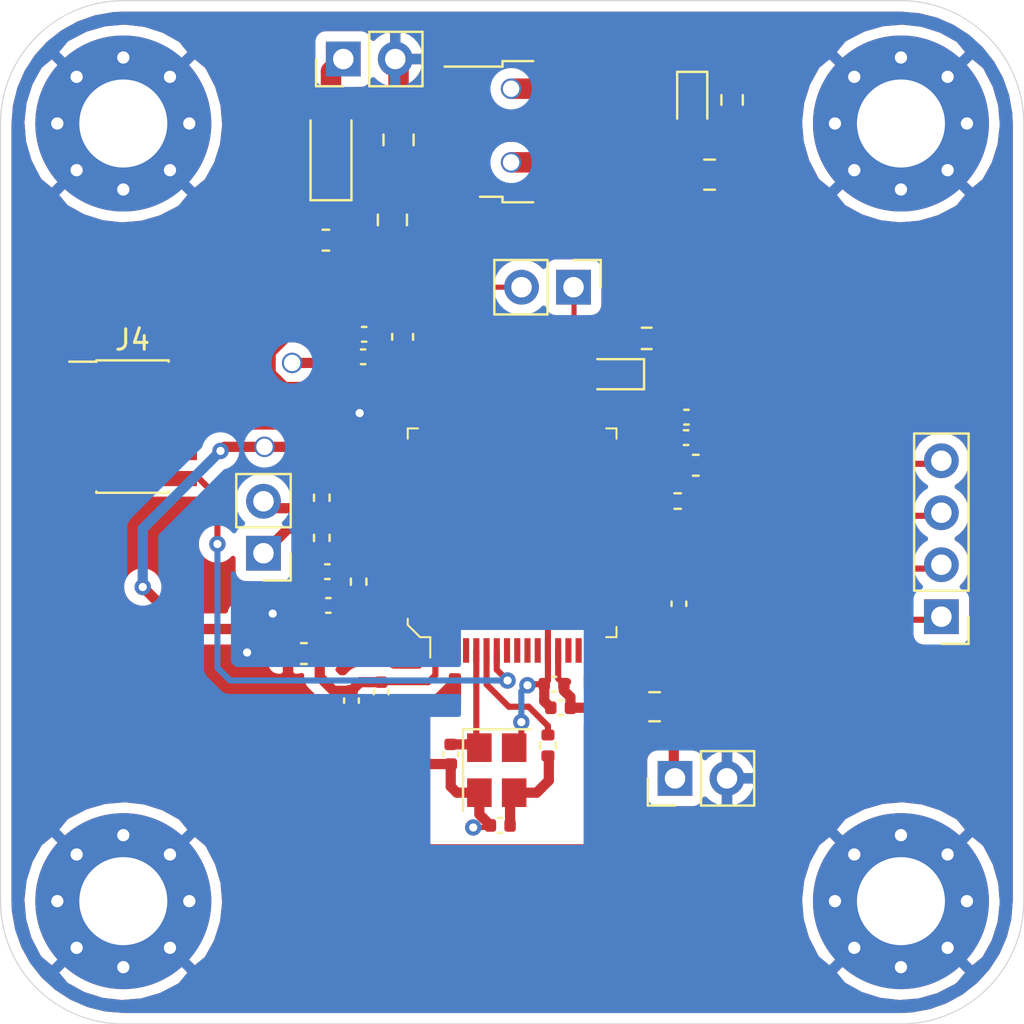
<source format=kicad_pcb>
(kicad_pcb (version 20171130) (host pcbnew "(5.1.12)-1")
  (layers (0 F.Cu signal) (1 In1.Cu power) (2 In2.Cu power) (31 B.Cu signal) (34 B.Paste user) (35 F.Paste user) (36 B.SilkS user) (37 F.SilkS user) (38 B.Mask user) (39 F.Mask user) (44 Edge.Cuts user))
  (net 0 "")
  (net 1 +3V3)
  (net 2 GND)
  (net 3 "Net-(C2-Pad1)")
  (net 4 +3.3VA)
  (net 5 HSE_IN)
  (net 6 "Net-(C16-Pad1)")
  (net 7 "Net-(C17-Pad1)")
  (net 8 "Net-(C18-Pad1)")
  (net 9 "Net-(D1-Pad1)")
  (net 10 VCC)
  (net 11 "Net-(D2-Pad1)")
  (net 12 "Net-(D3-Pad2)")
  (net 13 "Net-(D3-Pad1)")
  (net 14 "Net-(F1-Pad2)")
  (net 15 USART1_TX)
  (net 16 USART1_RX)
  (net 17 SWDIO)
  (net 18 SWCLK)
  (net 19 SWO)
  (net 20 "Net-(J4-Pad7)")
  (net 21 "Net-(J4-Pad8)")
  (net 22 NRST)
  (net 23 SPI1_CS)
  (net 24 SPI1_SCK)
  (net 25 SPI1_MISO)
  (net 26 SPI1_MOSI)
  (net 27 I2C1_SDA)
  (net 28 I2C1_SCL)
  (net 29 BOOT1)
  (net 30 BOOT0)
  (net 31 HSE_OUT)
  (net 32 "Net-(U2-Pad17)")
  (net 33 "Net-(U2-Pad2)")
  (net 34 "Net-(U2-Pad3)")
  (net 35 "Net-(U2-Pad4)")
  (net 36 "Net-(U2-Pad8)")
  (net 37 "Net-(U2-Pad9)")
  (net 38 "Net-(U2-Pad10)")
  (net 39 "Net-(U2-Pad11)")
  (net 40 "Net-(U2-Pad14)")
  (net 41 "Net-(U2-Pad15)")
  (net 42 "Net-(U2-Pad16)")
  (net 43 "Net-(U2-Pad24)")
  (net 44 "Net-(U2-Pad25)")
  (net 45 "Net-(U2-Pad26)")
  (net 46 "Net-(U2-Pad27)")
  (net 47 "Net-(U2-Pad29)")
  (net 48 "Net-(U2-Pad30)")
  (net 49 "Net-(U2-Pad34)")
  (net 50 "Net-(U2-Pad35)")
  (net 51 "Net-(U2-Pad36)")
  (net 52 "Net-(U2-Pad37)")
  (net 53 "Net-(U2-Pad38)")
  (net 54 "Net-(U2-Pad39)")
  (net 55 "Net-(U2-Pad40)")
  (net 56 "Net-(U2-Pad41)")
  (net 57 "Net-(U2-Pad44)")
  (net 58 "Net-(U2-Pad45)")
  (net 59 "Net-(U2-Pad50)")
  (net 60 "Net-(U2-Pad51)")
  (net 61 "Net-(U2-Pad52)")
  (net 62 "Net-(U2-Pad53)")
  (net 63 "Net-(U2-Pad54)")
  (net 64 "Net-(U2-Pad56)")
  (net 65 "Net-(U2-Pad57)")
  (net 66 "Net-(U2-Pad61)")
  (net 67 "Net-(U2-Pad62)")
  (module digikey-footprints:LQFP-64_10x10mm (layer F.Cu) (at 143.9 101.475)
    (fp_text reference U2)
    (fp_text value STM32F405RGT6)
    (pad 64 smd rect (at -5.75 3.75) (size 1.2 0.3) (layers F.Cu F.Paste F.Mask) (net 1 +3V3))
    (pad 63 smd rect (at -5.75 3.25) (size 1.2 0.3) (layers F.Cu F.Paste F.Mask) (net 2 GND))
    (pad 62 smd rect (at -5.75 2.75) (size 1.2 0.3) (layers F.Cu F.Paste F.Mask) (net 67 "Net-(U2-Pad62)"))
    (pad 61 smd rect (at -5.75 2.25) (size 1.2 0.3) (layers F.Cu F.Paste F.Mask) (net 66 "Net-(U2-Pad61)"))
    (pad 60 smd rect (at -5.75 1.75) (size 1.2 0.3) (layers F.Cu F.Paste F.Mask) (net 30 BOOT0))
    (pad 59 smd rect (at -5.75 1.25) (size 1.2 0.3) (layers F.Cu F.Paste F.Mask) (net 27 I2C1_SDA))
    (pad 58 smd rect (at -5.75 0.75) (size 1.2 0.3) (layers F.Cu F.Paste F.Mask) (net 28 I2C1_SCL))
    (pad 57 smd rect (at -5.75 0.25) (size 1.2 0.3) (layers F.Cu F.Paste F.Mask) (net 65 "Net-(U2-Pad57)"))
    (pad 56 smd rect (at -5.75 -0.25) (size 1.2 0.3) (layers F.Cu F.Paste F.Mask) (net 64 "Net-(U2-Pad56)"))
    (pad 55 smd rect (at -5.75 -0.75) (size 1.2 0.3) (layers F.Cu F.Paste F.Mask) (net 19 SWO))
    (pad 54 smd rect (at -5.75 -1.25) (size 1.2 0.3) (layers F.Cu F.Paste F.Mask) (net 63 "Net-(U2-Pad54)"))
    (pad 53 smd rect (at -5.75 -1.75) (size 1.2 0.3) (layers F.Cu F.Paste F.Mask) (net 62 "Net-(U2-Pad53)"))
    (pad 52 smd rect (at -5.75 -2.25) (size 1.2 0.3) (layers F.Cu F.Paste F.Mask) (net 61 "Net-(U2-Pad52)"))
    (pad 51 smd rect (at -5.75 -2.75) (size 1.2 0.3) (layers F.Cu F.Paste F.Mask) (net 60 "Net-(U2-Pad51)"))
    (pad 50 smd rect (at -5.75 -3.25) (size 1.2 0.3) (layers F.Cu F.Paste F.Mask) (net 59 "Net-(U2-Pad50)"))
    (pad 49 smd rect (at -5.75 -3.75) (size 1.2 0.3) (layers F.Cu F.Paste F.Mask) (net 18 SWCLK))
    (pad 48 smd rect (at -3.75 -5.75) (size 0.3 1.2) (layers F.Cu F.Paste F.Mask) (net 1 +3V3))
    (pad 47 smd rect (at -3.25 -5.75) (size 0.3 1.2) (layers F.Cu F.Paste F.Mask) (net 7 "Net-(C17-Pad1)"))
    (pad 46 smd rect (at -2.75 -5.75) (size 0.3 1.2) (layers F.Cu F.Paste F.Mask) (net 17 SWDIO))
    (pad 45 smd rect (at -2.25 -5.75) (size 0.3 1.2) (layers F.Cu F.Paste F.Mask) (net 58 "Net-(U2-Pad45)"))
    (pad 44 smd rect (at -1.75 -5.75) (size 0.3 1.2) (layers F.Cu F.Paste F.Mask) (net 57 "Net-(U2-Pad44)"))
    (pad 43 smd rect (at -1.25 -5.75) (size 0.3 1.2) (layers F.Cu F.Paste F.Mask) (net 16 USART1_RX))
    (pad 42 smd rect (at -0.75 -5.75) (size 0.3 1.2) (layers F.Cu F.Paste F.Mask) (net 15 USART1_TX))
    (pad 41 smd rect (at -0.25 -5.75) (size 0.3 1.2) (layers F.Cu F.Paste F.Mask) (net 56 "Net-(U2-Pad41)"))
    (pad 40 smd rect (at 0.25 -5.75) (size 0.3 1.2) (layers F.Cu F.Paste F.Mask) (net 55 "Net-(U2-Pad40)"))
    (pad 39 smd rect (at 0.75 -5.75) (size 0.3 1.2) (layers F.Cu F.Paste F.Mask) (net 54 "Net-(U2-Pad39)"))
    (pad 38 smd rect (at 1.25 -5.75) (size 0.3 1.2) (layers F.Cu F.Paste F.Mask) (net 53 "Net-(U2-Pad38)"))
    (pad 37 smd rect (at 1.75 -5.75) (size 0.3 1.2) (layers F.Cu F.Paste F.Mask) (net 52 "Net-(U2-Pad37)"))
    (pad 36 smd rect (at 2.25 -5.75) (size 0.3 1.2) (layers F.Cu F.Paste F.Mask) (net 51 "Net-(U2-Pad36)"))
    (pad 35 smd rect (at 2.75 -5.75) (size 0.3 1.2) (layers F.Cu F.Paste F.Mask) (net 50 "Net-(U2-Pad35)"))
    (pad 34 smd rect (at 3.25 -5.75) (size 0.3 1.2) (layers F.Cu F.Paste F.Mask) (net 49 "Net-(U2-Pad34)"))
    (pad 33 smd rect (at 3.75 -5.75) (size 0.3 1.2) (layers F.Cu F.Paste F.Mask) (net 12 "Net-(D3-Pad2)"))
    (pad 32 smd rect (at 5.75 -3.75) (size 1.2 0.3) (layers F.Cu F.Paste F.Mask) (net 1 +3V3))
    (pad 31 smd rect (at 5.75 -3.25) (size 1.2 0.3) (layers F.Cu F.Paste F.Mask) (net 8 "Net-(C18-Pad1)"))
    (pad 30 smd rect (at 5.75 -2.75) (size 1.2 0.3) (layers F.Cu F.Paste F.Mask) (net 48 "Net-(U2-Pad30)"))
    (pad 29 smd rect (at 5.75 -2.25) (size 1.2 0.3) (layers F.Cu F.Paste F.Mask) (net 47 "Net-(U2-Pad29)"))
    (pad 28 smd rect (at 5.75 -1.75) (size 1.2 0.3) (layers F.Cu F.Paste F.Mask) (net 29 BOOT1))
    (pad 27 smd rect (at 5.75 -1.25) (size 1.2 0.3) (layers F.Cu F.Paste F.Mask) (net 46 "Net-(U2-Pad27)"))
    (pad 26 smd rect (at 5.75 -0.75) (size 1.2 0.3) (layers F.Cu F.Paste F.Mask) (net 45 "Net-(U2-Pad26)"))
    (pad 25 smd rect (at 5.75 -0.25) (size 1.2 0.3) (layers F.Cu F.Paste F.Mask) (net 44 "Net-(U2-Pad25)"))
    (pad 24 smd rect (at 5.75 0.25) (size 1.2 0.3) (layers F.Cu F.Paste F.Mask) (net 43 "Net-(U2-Pad24)"))
    (pad 23 smd rect (at 5.75 0.75) (size 1.2 0.3) (layers F.Cu F.Paste F.Mask) (net 26 SPI1_MOSI))
    (pad 22 smd rect (at 5.75 1.25) (size 1.2 0.3) (layers F.Cu F.Paste F.Mask) (net 25 SPI1_MISO))
    (pad 21 smd rect (at 5.75 1.75) (size 1.2 0.3) (layers F.Cu F.Paste F.Mask) (net 24 SPI1_SCK))
    (pad 20 smd rect (at 5.75 2.25) (size 1.2 0.3) (layers F.Cu F.Paste F.Mask) (net 23 SPI1_CS))
    (pad 19 smd rect (at 5.75 2.75) (size 1.2 0.3) (layers F.Cu F.Paste F.Mask) (net 1 +3V3))
    (pad 18 smd rect (at 5.75 3.25) (size 1.2 0.3) (layers F.Cu F.Paste F.Mask) (net 2 GND))
    (pad 16 smd rect (at 3.75 5.75) (size 0.3 1.2) (layers F.Cu F.Paste F.Mask) (net 42 "Net-(U2-Pad16)"))
    (pad 15 smd rect (at 3.25 5.75) (size 0.3 1.2) (layers F.Cu F.Paste F.Mask) (net 41 "Net-(U2-Pad15)"))
    (pad 14 smd rect (at 2.75 5.75) (size 0.3 1.2) (layers F.Cu F.Paste F.Mask) (net 40 "Net-(U2-Pad14)"))
    (pad 13 smd rect (at 2.25 5.75) (size 0.3 1.2) (layers F.Cu F.Paste F.Mask) (net 4 +3.3VA))
    (pad 12 smd rect (at 1.75 5.75) (size 0.3 1.2) (layers F.Cu F.Paste F.Mask) (net 2 GND))
    (pad 11 smd rect (at 1.25 5.75) (size 0.3 1.2) (layers F.Cu F.Paste F.Mask) (net 39 "Net-(U2-Pad11)"))
    (pad 10 smd rect (at 0.75 5.75) (size 0.3 1.2) (layers F.Cu F.Paste F.Mask) (net 38 "Net-(U2-Pad10)"))
    (pad 9 smd rect (at 0.25 5.75) (size 0.3 1.2) (layers F.Cu F.Paste F.Mask) (net 37 "Net-(U2-Pad9)"))
    (pad 8 smd rect (at -0.25 5.75) (size 0.3 1.2) (layers F.Cu F.Paste F.Mask) (net 36 "Net-(U2-Pad8)"))
    (pad 7 smd rect (at -0.75 5.75) (size 0.3 1.2) (layers F.Cu F.Paste F.Mask) (net 22 NRST))
    (pad 6 smd rect (at -1.25 5.75) (size 0.3 1.2) (layers F.Cu F.Paste F.Mask) (net 31 HSE_OUT))
    (pad 5 smd rect (at -1.75 5.75) (size 0.3 1.2) (layers F.Cu F.Paste F.Mask) (net 5 HSE_IN))
    (pad 4 smd rect (at -2.25 5.75) (size 0.3 1.2) (layers F.Cu F.Paste F.Mask) (net 35 "Net-(U2-Pad4)"))
    (pad 3 smd rect (at -2.75 5.75) (size 0.3 1.2) (layers F.Cu F.Paste F.Mask) (net 34 "Net-(U2-Pad3)"))
    (pad 2 smd rect (at -3.25 5.75) (size 0.3 1.2) (layers F.Cu F.Paste F.Mask) (net 33 "Net-(U2-Pad2)"))
    (pad 1 smd rect (at -3.75 5.75) (size 0.3 1.2) (layers F.Cu F.Paste F.Mask) (net 1 +3V3))
    (pad 17 smd rect (at 5.75 3.75) (size 1.2 0.3) (layers F.Cu F.Paste F.Mask) (net 32 "Net-(U2-Pad17)"))
  )
  (module Capacitor_SMD:C_0805_2012Metric (layer F.Cu) (at 153.55 83.975)
    (fp_text reference C1)
    (fp_text value 10u)
    (pad 2 smd roundrect (at 0.95 0) (size 1 1.45) (layers F.Cu F.Paste F.Mask) (net 2 GND))
    (pad 1 smd roundrect (at -0.95 0) (size 1 1.45) (layers F.Cu F.Paste F.Mask) (net 1 +3V3))
  )
  (module Capacitor_SMD:C_0805_2012Metric (layer F.Cu) (at 138.35 82.275 90)
    (fp_text reference C2)
    (fp_text value 10u)
    (pad 1 smd roundrect (at -0.95 0 90) (size 1 1.45) (layers F.Cu F.Paste F.Mask) (net 3 "Net-(C2-Pad1)"))
    (pad 2 smd roundrect (at 0.95 0 90) (size 1 1.45) (layers F.Cu F.Paste F.Mask) (net 2 GND))
  )
  (module Capacitor_SMD:C_0603_1608Metric (layer F.Cu) (at 133.725 107.375 180)
    (fp_text reference C3)
    (fp_text value 10u)
    (pad 1 smd roundrect (at -0.775 0 180) (size 0.9 0.95) (layers F.Cu F.Paste F.Mask) (net 1 +3V3))
    (pad 2 smd roundrect (at 0.775 0 180) (size 0.9 0.95) (layers F.Cu F.Paste F.Mask) (net 2 GND))
  )
  (module Capacitor_SMD:C_0402_1005Metric (layer F.Cu) (at 136.05 109.675 270)
    (fp_text reference C4)
    (fp_text value 100nf)
    (pad 1 smd roundrect (at -0.48 0 270) (size 0.56 0.62) (layers F.Cu F.Paste F.Mask) (net 1 +3V3))
    (pad 2 smd roundrect (at 0.48 0 270) (size 0.56 0.62) (layers F.Cu F.Paste F.Mask) (net 2 GND))
  )
  (module Capacitor_SMD:C_0402_1005Metric (layer F.Cu) (at 152.4 96.825)
    (fp_text reference C5)
    (fp_text value 100nf)
    (pad 2 smd roundrect (at 0.48 0) (size 0.56 0.62) (layers F.Cu F.Paste F.Mask) (net 2 GND))
    (pad 1 smd roundrect (at -0.48 0) (size 0.56 0.62) (layers F.Cu F.Paste F.Mask) (net 1 +3V3))
  )
  (module Capacitor_SMD:C_0402_1005Metric (layer F.Cu) (at 152.42 95.825)
    (fp_text reference C6)
    (fp_text value 100nf)
    (pad 1 smd roundrect (at -0.48 0) (size 0.56 0.62) (layers F.Cu F.Paste F.Mask) (net 1 +3V3))
    (pad 2 smd roundrect (at 0.48 0) (size 0.56 0.62) (layers F.Cu F.Paste F.Mask) (net 2 GND))
  )
  (module Capacitor_SMD:C_0402_1005Metric (layer F.Cu) (at 136.62 92.875)
    (fp_text reference C7)
    (fp_text value 100nf)
    (pad 2 smd roundrect (at 0.48 0) (size 0.56 0.62) (layers F.Cu F.Paste F.Mask) (net 2 GND))
    (pad 1 smd roundrect (at -0.48 0) (size 0.56 0.62) (layers F.Cu F.Paste F.Mask) (net 1 +3V3))
  )
  (module Capacitor_SMD:C_0402_1005Metric (layer F.Cu) (at 137.5 109.255 270)
    (fp_text reference C8)
    (fp_text value 100nf)
    (pad 1 smd roundrect (at -0.48 0 270) (size 0.56 0.62) (layers F.Cu F.Paste F.Mask) (net 1 +3V3))
    (pad 2 smd roundrect (at 0.48 0 270) (size 0.56 0.62) (layers F.Cu F.Paste F.Mask) (net 2 GND))
  )
  (module Capacitor_SMD:C_0402_1005Metric (layer F.Cu) (at 134.92 105.025)
    (fp_text reference C9)
    (fp_text value 100nf)
    (pad 1 smd roundrect (at -0.48 0) (size 0.56 0.62) (layers F.Cu F.Paste F.Mask) (net 1 +3V3))
    (pad 2 smd roundrect (at 0.48 0) (size 0.56 0.62) (layers F.Cu F.Paste F.Mask) (net 2 GND))
  )
  (module Capacitor_SMD:C_0402_1005Metric (layer F.Cu) (at 136.67 91.775)
    (fp_text reference C10)
    (fp_text value 100nf)
    (pad 1 smd roundrect (at -0.48 0) (size 0.56 0.62) (layers F.Cu F.Paste F.Mask) (net 1 +3V3))
    (pad 2 smd roundrect (at 0.48 0) (size 0.56 0.62) (layers F.Cu F.Paste F.Mask) (net 2 GND))
  )
  (module Capacitor_SMD:C_0402_1005Metric (layer F.Cu) (at 134.87 103.375)
    (fp_text reference C11)
    (fp_text value 100nf)
    (pad 2 smd roundrect (at 0.48 0) (size 0.56 0.62) (layers F.Cu F.Paste F.Mask) (net 2 GND))
    (pad 1 smd roundrect (at -0.48 0) (size 0.56 0.62) (layers F.Cu F.Paste F.Mask) (net 1 +3V3))
  )
  (module Capacitor_SMD:C_0402_1005Metric (layer F.Cu) (at 152.05 104.945 270)
    (fp_text reference C12)
    (fp_text value 100nf)
    (pad 1 smd roundrect (at -0.48 0 270) (size 0.56 0.62) (layers F.Cu F.Paste F.Mask) (net 1 +3V3))
    (pad 2 smd roundrect (at 0.48 0 270) (size 0.56 0.62) (layers F.Cu F.Paste F.Mask) (net 2 GND))
  )
  (module Capacitor_SMD:C_0402_1005Metric (layer F.Cu) (at 146.27 110.025 180)
    (fp_text reference C13)
    (fp_text value 100nf)
    (pad 2 smd roundrect (at 0.48 0 180) (size 0.56 0.62) (layers F.Cu F.Paste F.Mask) (net 2 GND))
    (pad 1 smd roundrect (at -0.48 0 180) (size 0.56 0.62) (layers F.Cu F.Paste F.Mask) (net 4 +3.3VA))
  )
  (module Capacitor_SMD:C_0402_1005Metric (layer F.Cu) (at 145.95 108.875 180)
    (fp_text reference C14)
    (fp_text value 10nf)
    (pad 2 smd roundrect (at 0.48 0 180) (size 0.56 0.62) (layers F.Cu F.Paste F.Mask) (net 2 GND))
    (pad 1 smd roundrect (at -0.48 0 180) (size 0.56 0.62) (layers F.Cu F.Paste F.Mask) (net 4 +3.3VA))
  )
  (module Capacitor_SMD:C_0402_1005Metric (layer F.Cu) (at 140.9 112.295 270)
    (fp_text reference C15)
    (fp_text value 12p)
    (pad 2 smd roundrect (at 0.48 0 270) (size 0.56 0.62) (layers F.Cu F.Paste F.Mask) (net 2 GND))
    (pad 1 smd roundrect (at -0.48 0 270) (size 0.56 0.62) (layers F.Cu F.Paste F.Mask) (net 5 HSE_IN))
  )
  (module Capacitor_SMD:C_0402_1005Metric (layer F.Cu) (at 143.32 115.775 180)
    (fp_text reference C16)
    (fp_text value 12p)
    (pad 1 smd roundrect (at -0.48 0 180) (size 0.56 0.62) (layers F.Cu F.Paste F.Mask) (net 6 "Net-(C16-Pad1)"))
    (pad 2 smd roundrect (at 0.48 0 180) (size 0.56 0.62) (layers F.Cu F.Paste F.Mask) (net 2 GND))
  )
  (module Capacitor_SMD:C_0603_1608Metric (layer F.Cu) (at 138.55 91.9 90)
    (fp_text reference C17)
    (fp_text value 2.2u)
    (pad 1 smd roundrect (at -0.775 0 90) (size 0.9 0.95) (layers F.Cu F.Paste F.Mask) (net 7 "Net-(C17-Pad1)"))
    (pad 2 smd roundrect (at 0.775 0 90) (size 0.9 0.95) (layers F.Cu F.Paste F.Mask) (net 2 GND))
  )
  (module Capacitor_SMD:C_0603_1608Metric (layer F.Cu) (at 152.875 98.175)
    (fp_text reference C18)
    (fp_text value 2.2u)
    (pad 2 smd roundrect (at 0.775 0) (size 0.9 0.95) (layers F.Cu F.Paste F.Mask) (net 2 GND))
    (pad 1 smd roundrect (at -0.775 0) (size 0.9 0.95) (layers F.Cu F.Paste F.Mask) (net 8 "Net-(C18-Pad1)"))
  )
  (module Diode_SMD:D_SOD-123 (layer F.Cu) (at 135.05 82.975 90)
    (fp_text reference D1)
    (fp_text value B5819W)
    (pad 1 smd rect (at -1.65 0 90) (size 0.9 1.2) (layers F.Cu F.Paste F.Mask) (net 9 "Net-(D1-Pad1)"))
    (pad 2 smd rect (at 1.65 0 90) (size 0.9 1.2) (layers F.Cu F.Paste F.Mask) (net 10 VCC))
  )
  (module LED_SMD:LED_0603_1608Metric (layer F.Cu) (at 152.7 80.4375 270)
    (fp_text reference D2)
    (fp_text value Red)
    (pad 1 smd roundrect (at -0.7875 0 270) (size 0.875 0.95) (layers F.Cu F.Paste F.Mask) (net 11 "Net-(D2-Pad1)"))
    (pad 2 smd roundrect (at 0.7875 0 270) (size 0.875 0.95) (layers F.Cu F.Paste F.Mask) (net 1 +3V3))
  )
  (module LED_SMD:LED_0603_1608Metric (layer F.Cu) (at 148.8625 93.725 180)
    (fp_text reference D3)
    (fp_text value Red)
    (pad 2 smd roundrect (at 0.7875 0 180) (size 0.875 0.95) (layers F.Cu F.Paste F.Mask) (net 12 "Net-(D3-Pad2)"))
    (pad 1 smd roundrect (at -0.7875 0 180) (size 0.875 0.95) (layers F.Cu F.Paste F.Mask) (net 13 "Net-(D3-Pad1)"))
  )
  (module Fuse:Fuse_0603_1608Metric (layer F.Cu) (at 134.8 87.175)
    (fp_text reference F1)
    (fp_text value 500mA)
    (pad 1 smd roundrect (at -0.7875 0) (size 0.875 0.95) (layers F.Cu F.Paste F.Mask) (net 9 "Net-(D1-Pad1)"))
    (pad 2 smd roundrect (at 0.7875 0) (size 0.875 0.95) (layers F.Cu F.Paste F.Mask) (net 14 "Net-(F1-Pad2)"))
  )
  (module Fuse:Fuse_0805_2012Metric (layer F.Cu) (at 138.05 86.1875 270)
    (fp_text reference FB1)
    (fp_text value "100 @ 100 MHz")
    (pad 2 smd roundrect (at 0.9375 0 270) (size 0.975 1.4) (layers F.Cu F.Paste F.Mask) (net 14 "Net-(F1-Pad2)"))
    (pad 1 smd roundrect (at -0.9375 0 270) (size 0.975 1.4) (layers F.Cu F.Paste F.Mask) (net 3 "Net-(C2-Pad1)"))
  )
  (module Fuse:Fuse_0805_2012Metric (layer F.Cu) (at 150.8625 109.975)
    (fp_text reference FB2)
    (fp_text value "100 @ 100 MHz")
    (pad 1 smd roundrect (at -0.9375 0) (size 0.975 1.4) (layers F.Cu F.Paste F.Mask) (net 4 +3.3VA))
    (pad 2 smd roundrect (at 0.9375 0) (size 0.975 1.4) (layers F.Cu F.Paste F.Mask) (net 1 +3V3))
  )
  (module MountingHole:MountingHole_4.3mm_M4_Pad_Via (layer F.Cu) (at 124.9 81.475)
    (fp_text reference H1)
    (fp_text value MountingHole_Pad)
    (pad 1 thru_hole circle (at 0 0) (size 8.6 8.6) (drill 4.3) (layers *.Cu *.Mask) (net 2 GND))
    (pad 1 thru_hole circle (at 3.225 0) (size 0.9 0.9) (drill 0.6) (layers *.Cu *.Mask) (net 2 GND))
    (pad 1 thru_hole circle (at 2.280419 2.280419) (size 0.9 0.9) (drill 0.6) (layers *.Cu *.Mask) (net 2 GND))
    (pad 1 thru_hole circle (at 0 3.225) (size 0.9 0.9) (drill 0.6) (layers *.Cu *.Mask) (net 2 GND))
    (pad 1 thru_hole circle (at -2.280419 2.280419) (size 0.9 0.9) (drill 0.6) (layers *.Cu *.Mask) (net 2 GND))
    (pad 1 thru_hole circle (at -3.225 0) (size 0.9 0.9) (drill 0.6) (layers *.Cu *.Mask) (net 2 GND))
    (pad 1 thru_hole circle (at -2.280419 -2.280419) (size 0.9 0.9) (drill 0.6) (layers *.Cu *.Mask) (net 2 GND))
    (pad 1 thru_hole circle (at 0 -3.225) (size 0.9 0.9) (drill 0.6) (layers *.Cu *.Mask) (net 2 GND))
    (pad 1 thru_hole circle (at 2.280419 -2.280419) (size 0.9 0.9) (drill 0.6) (layers *.Cu *.Mask) (net 2 GND))
  )
  (module MountingHole:MountingHole_4.3mm_M4_Pad_Via (layer F.Cu) (at 162.9 81.475)
    (fp_text reference H2)
    (fp_text value MountingHole_Pad)
    (pad 1 thru_hole circle (at 2.280419 -2.280419) (size 0.9 0.9) (drill 0.6) (layers *.Cu *.Mask) (net 2 GND))
    (pad 1 thru_hole circle (at 0 -3.225) (size 0.9 0.9) (drill 0.6) (layers *.Cu *.Mask) (net 2 GND))
    (pad 1 thru_hole circle (at -2.280419 -2.280419) (size 0.9 0.9) (drill 0.6) (layers *.Cu *.Mask) (net 2 GND))
    (pad 1 thru_hole circle (at -3.225 0) (size 0.9 0.9) (drill 0.6) (layers *.Cu *.Mask) (net 2 GND))
    (pad 1 thru_hole circle (at -2.280419 2.280419) (size 0.9 0.9) (drill 0.6) (layers *.Cu *.Mask) (net 2 GND))
    (pad 1 thru_hole circle (at 0 3.225) (size 0.9 0.9) (drill 0.6) (layers *.Cu *.Mask) (net 2 GND))
    (pad 1 thru_hole circle (at 2.280419 2.280419) (size 0.9 0.9) (drill 0.6) (layers *.Cu *.Mask) (net 2 GND))
    (pad 1 thru_hole circle (at 3.225 0) (size 0.9 0.9) (drill 0.6) (layers *.Cu *.Mask) (net 2 GND))
    (pad 1 thru_hole circle (at 0 0) (size 8.6 8.6) (drill 4.3) (layers *.Cu *.Mask) (net 2 GND))
  )
  (module MountingHole:MountingHole_4.3mm_M4_Pad_Via (layer F.Cu) (at 124.9 119.475)
    (fp_text reference H3)
    (fp_text value MountingHole_Pad)
    (pad 1 thru_hole circle (at 0 0) (size 8.6 8.6) (drill 4.3) (layers *.Cu *.Mask) (net 2 GND))
    (pad 1 thru_hole circle (at 3.225 0) (size 0.9 0.9) (drill 0.6) (layers *.Cu *.Mask) (net 2 GND))
    (pad 1 thru_hole circle (at 2.280419 2.280419) (size 0.9 0.9) (drill 0.6) (layers *.Cu *.Mask) (net 2 GND))
    (pad 1 thru_hole circle (at 0 3.225) (size 0.9 0.9) (drill 0.6) (layers *.Cu *.Mask) (net 2 GND))
    (pad 1 thru_hole circle (at -2.280419 2.280419) (size 0.9 0.9) (drill 0.6) (layers *.Cu *.Mask) (net 2 GND))
    (pad 1 thru_hole circle (at -3.225 0) (size 0.9 0.9) (drill 0.6) (layers *.Cu *.Mask) (net 2 GND))
    (pad 1 thru_hole circle (at -2.280419 -2.280419) (size 0.9 0.9) (drill 0.6) (layers *.Cu *.Mask) (net 2 GND))
    (pad 1 thru_hole circle (at 0 -3.225) (size 0.9 0.9) (drill 0.6) (layers *.Cu *.Mask) (net 2 GND))
    (pad 1 thru_hole circle (at 2.280419 -2.280419) (size 0.9 0.9) (drill 0.6) (layers *.Cu *.Mask) (net 2 GND))
  )
  (module MountingHole:MountingHole_4.3mm_M4_Pad_Via (layer F.Cu) (at 162.9 119.475)
    (fp_text reference H4)
    (fp_text value MountingHole_Pad)
    (pad 1 thru_hole circle (at 2.280419 -2.280419) (size 0.9 0.9) (drill 0.6) (layers *.Cu *.Mask) (net 2 GND))
    (pad 1 thru_hole circle (at 0 -3.225) (size 0.9 0.9) (drill 0.6) (layers *.Cu *.Mask) (net 2 GND))
    (pad 1 thru_hole circle (at -2.280419 -2.280419) (size 0.9 0.9) (drill 0.6) (layers *.Cu *.Mask) (net 2 GND))
    (pad 1 thru_hole circle (at -3.225 0) (size 0.9 0.9) (drill 0.6) (layers *.Cu *.Mask) (net 2 GND))
    (pad 1 thru_hole circle (at -2.280419 2.280419) (size 0.9 0.9) (drill 0.6) (layers *.Cu *.Mask) (net 2 GND))
    (pad 1 thru_hole circle (at 0 3.225) (size 0.9 0.9) (drill 0.6) (layers *.Cu *.Mask) (net 2 GND))
    (pad 1 thru_hole circle (at 2.280419 2.280419) (size 0.9 0.9) (drill 0.6) (layers *.Cu *.Mask) (net 2 GND))
    (pad 1 thru_hole circle (at 3.225 0) (size 0.9 0.9) (drill 0.6) (layers *.Cu *.Mask) (net 2 GND))
    (pad 1 thru_hole circle (at 0 0) (size 8.6 8.6) (drill 4.3) (layers *.Cu *.Mask) (net 2 GND))
  )
  (module Crystal:Crystal_SMD_3225-4Pin_3.2x2.5mm (layer F.Cu) (at 143.15 113.075 270)
    (fp_text reference HSE1)
    (fp_text value 16MHZ)
    (pad 1 smd rect (at -1.1 0.85 270) (size 1.4 1.2) (layers F.Cu F.Paste F.Mask) (net 5 HSE_IN))
    (pad 2 smd rect (at 1.1 0.85 270) (size 1.4 1.2) (layers F.Cu F.Paste F.Mask) (net 2 GND))
    (pad 3 smd rect (at 1.1 -0.85 270) (size 1.4 1.2) (layers F.Cu F.Paste F.Mask) (net 6 "Net-(C16-Pad1)"))
    (pad 4 smd rect (at -1.1 -0.85 270) (size 1.4 1.2) (layers F.Cu F.Paste F.Mask) (net 2 GND))
  )
  (module Connector_PinHeader_2.54mm:PinHeader_1x02_P2.54mm_Vertical (layer F.Cu) (at 135.65 78.325 90)
    (fp_text reference J1)
    (fp_text value Conn_01x02)
    (pad 2 thru_hole oval (at 0 2.54 90) (size 1.7 1.7) (drill 1) (layers *.Cu *.Mask) (net 2 GND))
    (pad 1 thru_hole rect (at 0 0 90) (size 1.7 1.7) (drill 1) (layers *.Cu *.Mask) (net 10 VCC))
  )
  (module Connector_PinHeader_2.54mm:PinHeader_1x02_P2.54mm_Vertical (layer F.Cu) (at 146.9 89.475 270)
    (fp_text reference J2)
    (fp_text value Conn_01x02)
    (pad 2 thru_hole oval (at 0 2.54 270) (size 1.7 1.7) (drill 1) (layers *.Cu *.Mask) (net 16 USART1_RX))
    (pad 1 thru_hole rect (at 0 0 270) (size 1.7 1.7) (drill 1) (layers *.Cu *.Mask) (net 15 USART1_TX))
  )
  (module Connector_PinHeader_2.54mm:PinHeader_1x02_P2.54mm_Vertical (layer F.Cu) (at 151.86 113.475 90)
    (fp_text reference J3)
    (fp_text value Conn_01x02)
    (pad 1 thru_hole rect (at 0 0 90) (size 1.7 1.7) (drill 1) (layers *.Cu *.Mask) (net 1 +3V3))
    (pad 2 thru_hole oval (at 0 2.54 90) (size 1.7 1.7) (drill 1) (layers *.Cu *.Mask) (net 2 GND))
  )
  (module Connector_PinHeader_1.27mm:PinHeader_2x05_P1.27mm_Vertical_SMD (layer F.Cu) (at 125.35 96.285)
    (fp_text reference J4 (at 0 -4.235) (layer F.SilkS))
    (fp_text value Conn_02x05_Odd_Even)
    (pad 1 smd rect (at -1.95 -2.54) (size 2.4 0.74) (layers F.Cu F.Paste F.Mask) (net 1 +3V3))
    (pad 2 smd rect (at 1.95 -2.54) (size 2.4 0.74) (layers F.Cu F.Paste F.Mask) (net 17 SWDIO))
    (pad 3 smd rect (at -1.95 -1.27) (size 2.4 0.74) (layers F.Cu F.Paste F.Mask) (net 2 GND))
    (pad 4 smd rect (at 1.95 -1.27) (size 2.4 0.74) (layers F.Cu F.Paste F.Mask) (net 18 SWCLK))
    (pad 5 smd rect (at -1.95 0) (size 2.4 0.74) (layers F.Cu F.Paste F.Mask) (net 2 GND))
    (pad 6 smd rect (at 1.95 0) (size 2.4 0.74) (layers F.Cu F.Paste F.Mask) (net 19 SWO))
    (pad 7 smd rect (at -1.95 1.27) (size 2.4 0.74) (layers F.Cu F.Paste F.Mask) (net 20 "Net-(J4-Pad7)"))
    (pad 8 smd rect (at 1.95 1.27) (size 2.4 0.74) (layers F.Cu F.Paste F.Mask) (net 21 "Net-(J4-Pad8)"))
    (pad 9 smd rect (at -1.95 2.54) (size 2.4 0.74) (layers F.Cu F.Paste F.Mask) (net 2 GND))
    (pad 10 smd rect (at 1.95 2.54) (size 2.4 0.74) (layers F.Cu F.Paste F.Mask) (net 22 NRST))
  )
  (module Connector_PinHeader_2.54mm:PinHeader_1x04_P2.54mm_Vertical (layer F.Cu) (at 164.875 105.575 180)
    (fp_text reference J5)
    (fp_text value Conn_01x04)
    (pad 1 thru_hole rect (at 0 0 180) (size 1.7 1.7) (drill 1) (layers *.Cu *.Mask) (net 23 SPI1_CS))
    (pad 2 thru_hole oval (at 0 2.54 180) (size 1.7 1.7) (drill 1) (layers *.Cu *.Mask) (net 24 SPI1_SCK))
    (pad 3 thru_hole oval (at 0 5.08 180) (size 1.7 1.7) (drill 1) (layers *.Cu *.Mask) (net 25 SPI1_MISO))
    (pad 4 thru_hole oval (at 0 7.62 180) (size 1.7 1.7) (drill 1) (layers *.Cu *.Mask) (net 26 SPI1_MOSI))
  )
  (module Connector_PinHeader_2.54mm:PinHeader_1x02_P2.54mm_Vertical (layer F.Cu) (at 131.75 102.475 180)
    (fp_text reference J6)
    (fp_text value Conn_01x02)
    (pad 1 thru_hole rect (at 0 0 180) (size 1.7 1.7) (drill 1) (layers *.Cu *.Mask) (net 27 I2C1_SDA))
    (pad 2 thru_hole oval (at 0 2.54 180) (size 1.7 1.7) (drill 1) (layers *.Cu *.Mask) (net 28 I2C1_SCL))
  )
  (module Resistor_SMD:R_0603_1608Metric (layer F.Cu) (at 154.65 80.325 270)
    (fp_text reference R1)
    (fp_text value 2k2)
    (pad 2 smd roundrect (at 0.825 0 270) (size 0.8 0.95) (layers F.Cu F.Paste F.Mask) (net 2 GND))
    (pad 1 smd roundrect (at -0.825 0 270) (size 0.8 0.95) (layers F.Cu F.Paste F.Mask) (net 11 "Net-(D2-Pad1)"))
  )
  (module Resistor_SMD:R_0402_1005Metric (layer F.Cu) (at 134.6 101.725 90)
    (fp_text reference R2)
    (fp_text value 2k2)
    (pad 1 smd roundrect (at -0.51 0 90) (size 0.54 0.64) (layers F.Cu F.Paste F.Mask) (net 1 +3V3))
    (pad 2 smd roundrect (at 0.51 0 90) (size 0.54 0.64) (layers F.Cu F.Paste F.Mask) (net 27 I2C1_SDA))
  )
  (module Resistor_SMD:R_0402_1005Metric (layer F.Cu) (at 134.6 99.765 270)
    (fp_text reference R3)
    (fp_text value 2k2)
    (pad 2 smd roundrect (at 0.51 0 270) (size 0.54 0.64) (layers F.Cu F.Paste F.Mask) (net 28 I2C1_SCL))
    (pad 1 smd roundrect (at -0.51 0 270) (size 0.54 0.64) (layers F.Cu F.Paste F.Mask) (net 1 +3V3))
  )
  (module Resistor_SMD:R_0402_1005Metric (layer F.Cu) (at 151.99 99.925)
    (fp_text reference R4)
    (fp_text value 10k)
    (pad 1 smd roundrect (at -0.51 0) (size 0.54 0.64) (layers F.Cu F.Paste F.Mask) (net 29 BOOT1))
    (pad 2 smd roundrect (at 0.51 0) (size 0.54 0.64) (layers F.Cu F.Paste F.Mask) (net 2 GND))
  )
  (module Resistor_SMD:R_0402_1005Metric (layer F.Cu) (at 136.4 103.865 270)
    (fp_text reference R5)
    (fp_text value 10k)
    (pad 2 smd roundrect (at 0.51 0 270) (size 0.54 0.64) (layers F.Cu F.Paste F.Mask) (net 2 GND))
    (pad 1 smd roundrect (at -0.51 0 270) (size 0.54 0.64) (layers F.Cu F.Paste F.Mask) (net 30 BOOT0))
  )
  (module Resistor_SMD:R_0603_1608Metric (layer F.Cu) (at 150.475 91.975)
    (fp_text reference R6)
    (fp_text value 2k2)
    (pad 1 smd roundrect (at -0.825 0) (size 0.8 0.95) (layers F.Cu F.Paste F.Mask) (net 13 "Net-(D3-Pad1)"))
    (pad 2 smd roundrect (at 0.825 0) (size 0.8 0.95) (layers F.Cu F.Paste F.Mask) (net 2 GND))
  )
  (module Resistor_SMD:R_0402_1005Metric (layer F.Cu) (at 145.65 111.865 270)
    (fp_text reference R7)
    (fp_text value 220)
    (pad 1 smd roundrect (at -0.51 0 270) (size 0.54 0.64) (layers F.Cu F.Paste F.Mask) (net 31 HSE_OUT))
    (pad 2 smd roundrect (at 0.51 0 270) (size 0.54 0.64) (layers F.Cu F.Paste F.Mask) (net 6 "Net-(C16-Pad1)"))
  )
  (module Package_TO_SOT_SMD:TO-252-3_TabPin2 (layer F.Cu) (at 145.9 81.875)
    (fp_text reference U1)
    (fp_text value AMS1117CD-3.3)
    (pad 1 smd rect (at -4.2 -2.28) (size 2.2 1.2) (layers F.Cu F.Paste F.Mask) (net 2 GND))
    (pad 2 smd rect (at -4.2 0) (size 2.2 1.2) (layers F.Cu F.Paste F.Mask) (net 1 +3V3))
    (pad 3 smd rect (at -4.2 2.28) (size 2.2 1.2) (layers F.Cu F.Paste F.Mask) (net 3 "Net-(C2-Pad1)"))
    (pad 2 smd rect (at 2.1 0) (size 6.4 5.8) (layers F.Cu F.Mask) (net 1 +3V3))
  )
  (gr_arc (start 162.9 119.475) (end 162.9 125.475) (angle -90) (layer Edge.Cuts) (width 0.05))
  (gr_arc (start 124.9 119.475) (end 118.9 119.475) (angle -90) (layer Edge.Cuts) (width 0.05))
  (gr_arc (start 162.9 81.475) (end 168.9 81.475) (angle -90) (layer Edge.Cuts) (width 0.05))
  (gr_arc (start 124.9 81.475) (end 124.9 75.475) (angle -90) (layer Edge.Cuts) (width 0.05))
  (gr_line (start 118.9 119.475) (end 118.9 81.475) (layer Edge.Cuts) (width 0.05))
  (gr_line (start 162.9 125.475) (end 124.9 125.475) (layer Edge.Cuts) (width 0.05))
  (gr_line (start 168.9 81.475) (end 168.9 119.475) (layer Edge.Cuts) (width 0.05))
  (gr_line (start 124.9 75.475) (end 162.9 75.475) (layer Edge.Cuts) (width 0.05))
  (segment (start 149.65 97.725) (end 150.8 97.725) (width 0.3) (layer F.Cu) (net 1))
  (segment (start 151.7 96.825) (end 151.92 96.825) (width 0.3) (layer F.Cu) (net 1))
  (segment (start 150.8 97.725) (end 151.7 96.825) (width 0.3) (layer F.Cu) (net 1))
  (segment (start 151.92 95.845) (end 151.94 95.825) (width 0.5) (layer F.Cu) (net 1))
  (segment (start 151.92 96.825) (end 151.92 95.845) (width 0.5) (layer F.Cu) (net 1))
  (segment (start 145.7 81.505) (end 145.7 84.125) (width 1) (layer F.Cu) (net 1))
  (segment (start 134.49 103.275) (end 134.39 103.375) (width 0.5) (layer F.Cu) (net 1))
  (segment (start 134.39 103.375) (end 134.39 104.975) (width 0.5) (layer F.Cu) (net 1))
  (segment (start 140.15 107.225) (end 140.15 108.425) (width 0.3) (layer F.Cu) (net 1))
  (segment (start 139.8 108.775) (end 137.5 108.775) (width 0.3) (layer F.Cu) (net 1))
  (segment (start 140.15 108.425) (end 139.8 108.775) (width 0.3) (layer F.Cu) (net 1))
  (segment (start 136.47 108.775) (end 136.05 109.195) (width 0.5) (layer F.Cu) (net 1))
  (segment (start 136.9 108.775) (end 136.47 108.775) (width 0.5) (layer F.Cu) (net 1))
  (segment (start 137.5 108.775) (end 136.9 108.775) (width 0.5) (layer F.Cu) (net 1))
  (segment (start 134.5 105.085) (end 134.44 105.025) (width 0.5) (layer F.Cu) (net 1))
  (segment (start 134.5 107.375) (end 134.5 108.525) (width 0.5) (layer F.Cu) (net 1))
  (segment (start 135.17 109.195) (end 136.05 109.195) (width 0.5) (layer F.Cu) (net 1))
  (segment (start 134.5 108.525) (end 135.17 109.195) (width 0.5) (layer F.Cu) (net 1))
  (segment (start 149.65 104.225) (end 151.3 104.225) (width 0.3) (layer F.Cu) (net 1))
  (segment (start 151.54 104.465) (end 152.05 104.465) (width 0.3) (layer F.Cu) (net 1))
  (segment (start 151.3 104.225) (end 151.54 104.465) (width 0.3) (layer F.Cu) (net 1))
  (segment (start 152.05 104.465) (end 153.39 104.465) (width 0.5) (layer F.Cu) (net 1))
  (segment (start 153.39 104.465) (end 153.85 104.925) (width 0.5) (layer F.Cu) (net 1))
  (segment (start 153.85 107.925) (end 151.8 109.975) (width 0.5) (layer F.Cu) (net 1))
  (segment (start 153.85 104.925) (end 153.85 107.925) (width 0.5) (layer F.Cu) (net 1))
  (segment (start 151.8 113.415) (end 151.86 113.475) (width 0.5) (layer F.Cu) (net 1))
  (segment (start 151.8 109.975) (end 151.8 113.415) (width 0.5) (layer F.Cu) (net 1))
  (segment (start 136.14 91.825) (end 136.19 91.775) (width 0.5) (layer F.Cu) (net 1))
  (segment (start 136.14 92.875) (end 136.14 91.825) (width 0.5) (layer F.Cu) (net 1))
  (segment (start 130.65 105.925) (end 130.9 106.175) (width 0.3) (layer F.Cu) (net 1))
  (segment (start 130.65 105.475) (end 130.65 105.925) (width 0.3) (layer F.Cu) (net 1))
  (segment (start 131.5 104.625) (end 130.65 105.475) (width 0.3) (layer F.Cu) (net 1))
  (segment (start 134.04 104.625) (end 131.5 104.625) (width 0.3) (layer F.Cu) (net 1))
  (segment (start 134.44 105.025) (end 134.04 104.625) (width 0.3) (layer F.Cu) (net 1))
  (segment (start 131.1 106.375) (end 130.9 106.175) (width 0.3) (layer F.Cu) (net 1))
  (segment (start 137 105.225) (end 135.85 106.375) (width 0.3) (layer F.Cu) (net 1))
  (segment (start 138.15 105.225) (end 137 105.225) (width 0.3) (layer F.Cu) (net 1))
  (segment (start 134.5 106.525) (end 134.65 106.375) (width 0.3) (layer F.Cu) (net 1))
  (segment (start 134.5 107.375) (end 134.5 106.525) (width 0.3) (layer F.Cu) (net 1))
  (segment (start 134.65 106.375) (end 131.1 106.375) (width 0.3) (layer F.Cu) (net 1))
  (segment (start 135.85 106.375) (end 134.65 106.375) (width 0.3) (layer F.Cu) (net 1))
  (segment (start 141.7 81.875) (end 148 81.875) (width 1) (layer F.Cu) (net 1))
  (segment (start 152.05 81.875) (end 152.7 81.225) (width 1) (layer F.Cu) (net 1))
  (segment (start 148 81.875) (end 152.05 81.875) (width 1) (layer F.Cu) (net 1))
  (segment (start 150.5 81.875) (end 152.6 83.975) (width 1) (layer F.Cu) (net 1))
  (segment (start 148 81.875) (end 150.5 81.875) (width 1) (layer F.Cu) (net 1))
  (segment (start 140.15 95.725) (end 140.15 97.075) (width 0.3) (layer F.Cu) (net 1))
  (segment (start 140.8 97.725) (end 149.65 97.725) (width 0.3) (layer F.Cu) (net 1))
  (segment (start 140.15 97.075) (end 140.8 97.725) (width 0.3) (layer F.Cu) (net 1))
  (segment (start 120.88 93.745) (end 123.4 93.745) (width 0.3) (layer F.Cu) (net 1))
  (segment (start 120.4 104.825) (end 120.4 94.225) (width 0.3) (layer F.Cu) (net 1))
  (segment (start 120.4 94.225) (end 120.88 93.745) (width 0.3) (layer F.Cu) (net 1))
  (segment (start 121.85 106.275) (end 120.4 104.825) (width 0.3) (layer F.Cu) (net 1))
  (segment (start 130.8 106.275) (end 121.85 106.275) (width 0.3) (layer F.Cu) (net 1))
  (segment (start 130.9 106.175) (end 130.8 106.275) (width 0.3) (layer F.Cu) (net 1))
  (via (at 143.85 79.775) (size 1) (drill 0.8) (layers F.Cu B.Cu) (net 1))
  (via (at 143.85 83.375) (size 1) (drill 0.8) (layers F.Cu B.Cu) (net 1))
  (via (at 133.15 93.175) (size 1) (drill 0.8) (layers F.Cu B.Cu) (net 1))
  (segment (start 133.15 93.175) (end 134.6 93.175) (width 0.5) (layer F.Cu) (net 1))
  (segment (start 134.9 92.875) (end 136.14 92.875) (width 0.5) (layer F.Cu) (net 1))
  (segment (start 134.6 93.175) (end 134.9 92.875) (width 0.5) (layer F.Cu) (net 1))
  (via (at 131.8 97.275) (size 1) (drill 0.8) (layers F.Cu B.Cu) (net 1))
  (segment (start 131.8 97.275) (end 133.3 97.275) (width 0.5) (layer F.Cu) (net 1))
  (segment (start 134.8 98.775) (end 134.8 99.255) (width 0.5) (layer F.Cu) (net 1))
  (segment (start 133.3 97.275) (end 134.8 98.775) (width 0.5) (layer F.Cu) (net 1))
  (segment (start 146.5 83.375) (end 148 81.875) (width 1) (layer F.Cu) (net 1))
  (segment (start 143.85 83.375) (end 146.5 83.375) (width 1) (layer F.Cu) (net 1))
  (segment (start 145.9 79.775) (end 148 81.875) (width 1) (layer F.Cu) (net 1))
  (segment (start 143.85 79.775) (end 145.9 79.775) (width 1) (layer F.Cu) (net 1))
  (segment (start 129.85 97.275) (end 129.65 97.475) (width 0.5) (layer F.Cu) (net 1))
  (via (at 129.65 97.475) (size 0.8) (drill 0.4) (layers F.Cu B.Cu) (net 1))
  (segment (start 131.8 97.275) (end 129.85 97.275) (width 0.5) (layer F.Cu) (net 1))
  (via (at 125.85 104.125) (size 0.8) (drill 0.4) (layers F.Cu B.Cu) (net 1))
  (segment (start 127.9 106.175) (end 130.9 106.175) (width 0.5) (layer F.Cu) (net 1))
  (segment (start 125.85 104.125) (end 127.9 106.175) (width 0.5) (layer F.Cu) (net 1))
  (segment (start 136.14 93.185) (end 136.14 92.875) (width 0.3) (layer F.Cu) (net 1))
  (segment (start 136.88 93.925) (end 136.14 93.185) (width 0.3) (layer F.Cu) (net 1))
  (segment (start 139.6 93.925) (end 136.88 93.925) (width 0.3) (layer F.Cu) (net 1))
  (segment (start 140.15 94.475) (end 139.6 93.925) (width 0.3) (layer F.Cu) (net 1))
  (segment (start 140.15 95.725) (end 140.15 94.475) (width 0.3) (layer F.Cu) (net 1))
  (segment (start 134.19 102.235) (end 134.6 102.235) (width 0.25) (layer F.Cu) (net 1))
  (segment (start 133.75 102.675) (end 134.19 102.235) (width 0.25) (layer F.Cu) (net 1))
  (segment (start 134.39 103.375) (end 134.15 103.375) (width 0.25) (layer F.Cu) (net 1))
  (segment (start 133.75 102.975) (end 133.75 102.675) (width 0.25) (layer F.Cu) (net 1))
  (segment (start 134.15 103.375) (end 133.75 102.975) (width 0.25) (layer F.Cu) (net 1))
  (segment (start 125.85 101.275) (end 125.85 104.125) (width 0.5) (layer B.Cu) (net 1))
  (segment (start 129.65 97.475) (end 125.85 101.275) (width 0.5) (layer B.Cu) (net 1))
  (via (at 142 115.875) (size 0.8) (drill 0.4) (layers F.Cu B.Cu) (net 2))
  (segment (start 142.74 115.875) (end 142.84 115.775) (width 0.25) (layer F.Cu) (net 2))
  (segment (start 142 115.875) (end 142.74 115.875) (width 0.25) (layer F.Cu) (net 2))
  (segment (start 142.3 115.235) (end 142.84 115.775) (width 0.5) (layer F.Cu) (net 2))
  (segment (start 142.3 114.175) (end 142.3 115.235) (width 0.5) (layer F.Cu) (net 2))
  (segment (start 142.3 114.175) (end 141.2 114.175) (width 0.5) (layer F.Cu) (net 2))
  (segment (start 140.9 113.875) (end 140.9 112.775) (width 0.5) (layer F.Cu) (net 2))
  (segment (start 141.2 114.175) (end 140.9 113.875) (width 0.5) (layer F.Cu) (net 2))
  (segment (start 145.65 108.695) (end 145.47 108.875) (width 0.3) (layer F.Cu) (net 2))
  (segment (start 145.65 107.225) (end 145.65 108.695) (width 0.3) (layer F.Cu) (net 2))
  (segment (start 152.88 95.845) (end 152.9 95.825) (width 0.5) (layer F.Cu) (net 2))
  (segment (start 152.88 96.825) (end 152.88 95.845) (width 0.5) (layer F.Cu) (net 2))
  (segment (start 152.88 97.405) (end 153.65 98.175) (width 0.5) (layer F.Cu) (net 2))
  (segment (start 152.88 96.825) (end 152.88 97.405) (width 0.5) (layer F.Cu) (net 2))
  (segment (start 136.75 104.725) (end 136.4 104.375) (width 0.3) (layer F.Cu) (net 2))
  (segment (start 138.15 104.725) (end 136.75 104.725) (width 0.3) (layer F.Cu) (net 2))
  (segment (start 145.47 109.705) (end 145.79 110.025) (width 0.5) (layer F.Cu) (net 2))
  (segment (start 145.47 108.875) (end 145.47 109.705) (width 0.5) (layer F.Cu) (net 2))
  (segment (start 135.35 103.645) (end 135.35 103.375) (width 0.5) (layer F.Cu) (net 2))
  (segment (start 136.4 104.375) (end 136.08 104.375) (width 0.5) (layer F.Cu) (net 2))
  (segment (start 136.05 104.375) (end 135.4 105.025) (width 0.5) (layer F.Cu) (net 2))
  (segment (start 136.4 104.375) (end 136.05 104.375) (width 0.5) (layer F.Cu) (net 2))
  (segment (start 136.05 110.155) (end 137.08 110.155) (width 0.5) (layer F.Cu) (net 2))
  (segment (start 136.05 110.155) (end 134.13 110.155) (width 0.5) (layer F.Cu) (net 2))
  (segment (start 132.95 108.975) (end 132.95 107.375) (width 0.5) (layer F.Cu) (net 2))
  (segment (start 134.13 110.155) (end 132.95 108.975) (width 0.5) (layer F.Cu) (net 2))
  (segment (start 140.9 112.775) (end 138.5 112.775) (width 0.5) (layer F.Cu) (net 2))
  (segment (start 137.355 111.63) (end 137.355 109.88) (width 0.5) (layer F.Cu) (net 2))
  (segment (start 138.5 112.775) (end 137.355 111.63) (width 0.5) (layer F.Cu) (net 2))
  (segment (start 137.355 109.88) (end 137.5 109.735) (width 0.5) (layer F.Cu) (net 2))
  (segment (start 137.08 110.155) (end 137.355 109.88) (width 0.5) (layer F.Cu) (net 2))
  (segment (start 152.5 99.925) (end 153.55 99.925) (width 0.5) (layer F.Cu) (net 2))
  (segment (start 153.65 99.825) (end 153.65 98.175) (width 0.5) (layer F.Cu) (net 2))
  (segment (start 153.55 99.925) (end 153.65 99.825) (width 0.5) (layer F.Cu) (net 2))
  (segment (start 149.65 104.725) (end 150.8 104.725) (width 0.3) (layer F.Cu) (net 2))
  (segment (start 151.5 105.425) (end 152.05 105.425) (width 0.3) (layer F.Cu) (net 2))
  (segment (start 150.8 104.725) (end 151.5 105.425) (width 0.3) (layer F.Cu) (net 2))
  (segment (start 137.9 91.775) (end 138.55 91.125) (width 0.5) (layer F.Cu) (net 2))
  (segment (start 137.15 91.775) (end 137.9 91.775) (width 0.5) (layer F.Cu) (net 2))
  (via (at 130.95 107.325) (size 0.8) (drill 0.4) (layers F.Cu B.Cu) (net 2))
  (segment (start 131 107.375) (end 130.95 107.325) (width 0.3) (layer F.Cu) (net 2))
  (segment (start 132.95 107.375) (end 131 107.375) (width 0.3) (layer F.Cu) (net 2))
  (via (at 132.2 105.425) (size 0.8) (drill 0.4) (layers F.Cu B.Cu) (net 2))
  (segment (start 130.95 106.675) (end 132.2 105.425) (width 0.3) (layer B.Cu) (net 2))
  (segment (start 130.95 107.325) (end 130.95 106.675) (width 0.3) (layer B.Cu) (net 2))
  (segment (start 135.4 105.335) (end 135.4 105.025) (width 0.3) (layer F.Cu) (net 2))
  (segment (start 134.96 105.775) (end 135.4 105.335) (width 0.3) (layer F.Cu) (net 2))
  (segment (start 134.05 105.775) (end 134.96 105.775) (width 0.3) (layer F.Cu) (net 2))
  (segment (start 138.35 78.485) (end 138.19 78.325) (width 1) (layer F.Cu) (net 2))
  (segment (start 138.35 81.325) (end 138.35 78.485) (width 1) (layer F.Cu) (net 2))
  (segment (start 145.65 107.225) (end 145.65 105.125) (width 0.3) (layer F.Cu) (net 2))
  (segment (start 146.05 104.725) (end 145.65 105.125) (width 0.3) (layer F.Cu) (net 2))
  (segment (start 149.65 104.725) (end 146.05 104.725) (width 0.3) (layer F.Cu) (net 2))
  (via (at 144.35 110.725) (size 0.8) (drill 0.4) (layers F.Cu B.Cu) (net 2))
  (segment (start 144.35 111.625) (end 144 111.975) (width 0.3) (layer F.Cu) (net 2))
  (segment (start 144.35 110.725) (end 144.35 111.625) (width 0.3) (layer F.Cu) (net 2))
  (segment (start 144.35 109.225) (end 144.65 108.925) (width 0.3) (layer B.Cu) (net 2))
  (segment (start 144.7 108.875) (end 144.65 108.925) (width 0.3) (layer F.Cu) (net 2))
  (segment (start 145.47 108.875) (end 144.7 108.875) (width 0.3) (layer F.Cu) (net 2))
  (segment (start 144.35 110.725) (end 144.35 109.225) (width 0.3) (layer B.Cu) (net 2))
  (via (at 144.65 108.925) (size 0.8) (drill 0.4) (layers F.Cu B.Cu) (net 2))
  (segment (start 137.1 91.825) (end 137.15 91.775) (width 0.5) (layer F.Cu) (net 2))
  (segment (start 137.1 92.875) (end 137.1 91.825) (width 0.5) (layer F.Cu) (net 2))
  (via (at 136.45 95.625) (size 0.8) (drill 0.4) (layers F.Cu B.Cu) (net 2))
  (segment (start 132.830998 94.225) (end 135.2 94.225) (width 0.25) (layer F.Cu) (net 2))
  (segment (start 132.224999 93.619001) (end 132.830998 94.225) (width 0.25) (layer F.Cu) (net 2))
  (segment (start 133.916008 91.03999) (end 132.224999 92.730999) (width 0.25) (layer F.Cu) (net 2))
  (segment (start 136.564036 91.03999) (end 133.916008 91.03999) (width 0.25) (layer F.Cu) (net 2))
  (segment (start 137.1 91.575954) (end 136.564036 91.03999) (width 0.25) (layer F.Cu) (net 2))
  (segment (start 132.224999 92.730999) (end 132.224999 93.619001) (width 0.25) (layer F.Cu) (net 2))
  (segment (start 137.1 92.875) (end 137.1 91.575954) (width 0.25) (layer F.Cu) (net 2))
  (segment (start 135.2 94.225) (end 135.2 92.175) (width 0.25) (layer B.Cu) (net 2))
  (segment (start 138.19 89.185) (end 138.19 78.325) (width 0.25) (layer B.Cu) (net 2))
  (segment (start 135.2 92.175) (end 138.19 89.185) (width 0.25) (layer B.Cu) (net 2))
  (segment (start 133.65 105.425) (end 132.2 105.425) (width 0.25) (layer F.Cu) (net 2))
  (segment (start 134 105.775) (end 133.65 105.425) (width 0.25) (layer F.Cu) (net 2))
  (segment (start 134.05 105.775) (end 134 105.775) (width 0.25) (layer F.Cu) (net 2))
  (segment (start 141.7 84.155) (end 141.7 84.475) (width 0.25) (layer F.Cu) (net 3))
  (segment (start 141.7 84.155) (end 141.7 85.125) (width 0.5) (layer F.Cu) (net 3))
  (segment (start 141.7 85.125) (end 140.85 85.975) (width 0.5) (layer F.Cu) (net 3))
  (segment (start 140.85 85.975) (end 140.2 85.975) (width 0.5) (layer F.Cu) (net 3))
  (segment (start 139.475 85.25) (end 138.05 85.25) (width 0.5) (layer F.Cu) (net 3))
  (segment (start 140.2 85.975) (end 139.475 85.25) (width 0.5) (layer F.Cu) (net 3))
  (segment (start 138.35 84.95) (end 138.05 85.25) (width 0.5) (layer F.Cu) (net 3))
  (segment (start 138.35 83.225) (end 138.35 84.95) (width 0.5) (layer F.Cu) (net 3))
  (segment (start 146.63 108.73202) (end 146.63 108.775) (width 0.3) (layer F.Cu) (net 4))
  (segment (start 146.15 108.595) (end 146.43 108.875) (width 0.3) (layer F.Cu) (net 4))
  (segment (start 146.15 107.225) (end 146.15 108.595) (width 0.3) (layer F.Cu) (net 4))
  (segment (start 149.875 110.025) (end 149.925 109.975) (width 0.5) (layer F.Cu) (net 4))
  (segment (start 146.75 110.025) (end 149.875 110.025) (width 0.5) (layer F.Cu) (net 4))
  (segment (start 146.43 109.185) (end 146.75 109.505) (width 0.5) (layer F.Cu) (net 4))
  (segment (start 146.75 109.505) (end 146.75 110.025) (width 0.5) (layer F.Cu) (net 4))
  (segment (start 146.43 108.875) (end 146.43 109.185) (width 0.5) (layer F.Cu) (net 4))
  (segment (start 142.14 111.815) (end 142.3 111.975) (width 0.5) (layer F.Cu) (net 5))
  (segment (start 140.9 111.815) (end 142.14 111.815) (width 0.5) (layer F.Cu) (net 5))
  (segment (start 142.15 111.825) (end 142.3 111.975) (width 0.3) (layer F.Cu) (net 5))
  (segment (start 142.15 107.225) (end 142.15 111.825) (width 0.3) (layer F.Cu) (net 5))
  (segment (start 143.8 114.375) (end 144 114.175) (width 0.5) (layer F.Cu) (net 6))
  (segment (start 143.8 115.775) (end 143.8 114.375) (width 0.5) (layer F.Cu) (net 6))
  (segment (start 145.693693 112.418693) (end 145.65 112.375) (width 0.5) (layer F.Cu) (net 6))
  (segment (start 145.693693 113.581307) (end 145.693693 112.418693) (width 0.5) (layer F.Cu) (net 6))
  (segment (start 144 114.175) (end 145.1 114.175) (width 0.5) (layer F.Cu) (net 6))
  (segment (start 145.1 114.175) (end 145.693693 113.581307) (width 0.5) (layer F.Cu) (net 6))
  (segment (start 138.55 92.675) (end 139.34999 92.675) (width 0.3) (layer F.Cu) (net 7))
  (segment (start 139.34999 92.675) (end 140.54999 93.875) (width 0.3) (layer F.Cu) (net 7))
  (segment (start 140.65 95.725) (end 140.65 93.875) (width 0.3) (layer F.Cu) (net 7))
  (segment (start 151.8 98.225) (end 151.85 98.175) (width 0.3) (layer F.Cu) (net 8))
  (segment (start 152.05 98.225) (end 152.1 98.175) (width 0.3) (layer F.Cu) (net 8))
  (segment (start 149.65 98.225) (end 152.05 98.225) (width 0.3) (layer F.Cu) (net 8))
  (segment (start 134.0125 85.6625) (end 135.05 84.625) (width 1) (layer F.Cu) (net 9))
  (segment (start 134.0125 87.175) (end 134.0125 85.6625) (width 1) (layer F.Cu) (net 9))
  (segment (start 135.05 78.925) (end 135.65 78.325) (width 1) (layer F.Cu) (net 10))
  (segment (start 135.05 81.325) (end 135.05 78.925) (width 1) (layer F.Cu) (net 10))
  (segment (start 154.5 79.65) (end 154.65 79.5) (width 1) (layer F.Cu) (net 11))
  (segment (start 152.7 79.65) (end 154.5 79.65) (width 1) (layer F.Cu) (net 11))
  (segment (start 147.65 94.15) (end 148.075 93.725) (width 0.3) (layer F.Cu) (net 12))
  (segment (start 147.65 95.725) (end 147.65 94.15) (width 0.3) (layer F.Cu) (net 12))
  (segment (start 149.65 93.725) (end 149.65 91.975) (width 0.5) (layer F.Cu) (net 13))
  (segment (start 138 87.175) (end 138.05 87.125) (width 1) (layer F.Cu) (net 14))
  (segment (start 135.5875 87.175) (end 138 87.175) (width 1) (layer F.Cu) (net 14))
  (segment (start 146.85712 89.475) (end 146.9 89.475) (width 0.3) (layer F.Cu) (net 15))
  (segment (start 143.125 95.725) (end 143.125 93.18212) (width 0.25) (layer F.Cu) (net 15))
  (segment (start 146.925 89.325) (end 146.925 91.8) (width 0.25) (layer F.Cu) (net 15))
  (segment (start 143.125 92.875) (end 143.125 93.145296) (width 0.25) (layer F.Cu) (net 15))
  (segment (start 143.236824 92.713176) (end 143.125 92.825) (width 0.25) (layer F.Cu) (net 15))
  (segment (start 146.038166 92.675) (end 143.325 92.675) (width 0.25) (layer F.Cu) (net 15))
  (segment (start 146.9 91.825) (end 146.05 92.675) (width 0.25) (layer F.Cu) (net 15))
  (segment (start 142.65 95.9) (end 142.65 93.15) (width 0.25) (layer F.Cu) (net 16))
  (segment (start 144.36 89.475) (end 142.65 89.475) (width 0.25) (layer F.Cu) (net 16))
  (segment (start 142.65 89.475) (end 141.95 90.175) (width 0.25) (layer F.Cu) (net 16))
  (segment (start 141.95 92.425) (end 142.57499 93.04999) (width 0.25) (layer F.Cu) (net 16))
  (segment (start 141.95 90.175) (end 141.95 92.425) (width 0.25) (layer F.Cu) (net 16))
  (segment (start 142.57499 93.04999) (end 142.57499 93.15) (width 0.25) (layer F.Cu) (net 16))
  (segment (start 131.17 89.875) (end 127.3 93.745) (width 0.3) (layer F.Cu) (net 17))
  (segment (start 140.15 89.875) (end 131.17 89.875) (width 0.3) (layer F.Cu) (net 17))
  (segment (start 141.15 90.875) (end 140.15 89.875) (width 0.3) (layer F.Cu) (net 17))
  (segment (start 141.15 95.725) (end 141.15 90.875) (width 0.3) (layer F.Cu) (net 17))
  (segment (start 138.15 97.725) (end 135.95 97.725) (width 0.3) (layer F.Cu) (net 18))
  (segment (start 133.24 95.015) (end 127.3 95.015) (width 0.3) (layer F.Cu) (net 18))
  (segment (start 135.95 97.725) (end 133.24 95.015) (width 0.3) (layer F.Cu) (net 18))
  (segment (start 138.15 100.725) (end 136.3 100.725) (width 0.3) (layer F.Cu) (net 19))
  (segment (start 136.3 100.725) (end 135.8 100.225) (width 0.3) (layer F.Cu) (net 19))
  (segment (start 135.8 100.225) (end 135.8 98.675) (width 0.3) (layer F.Cu) (net 19))
  (segment (start 133.41 96.285) (end 127.3 96.285) (width 0.3) (layer F.Cu) (net 19))
  (segment (start 135.8 98.675) (end 133.41 96.285) (width 0.3) (layer F.Cu) (net 19))
  (via (at 129.5 102.025) (size 0.8) (drill 0.4) (layers F.Cu B.Cu) (net 22))
  (segment (start 129.5 99.725) (end 128.6 98.825) (width 0.3) (layer F.Cu) (net 22))
  (segment (start 128.6 98.825) (end 127.3 98.825) (width 0.3) (layer F.Cu) (net 22))
  (segment (start 129.5 102.025) (end 129.5 99.725) (width 0.3) (layer F.Cu) (net 22))
  (segment (start 129.5 108.075) (end 130.118634 108.693634) (width 0.3) (layer B.Cu) (net 22))
  (segment (start 129.5 102.025) (end 129.5 108.075) (width 0.3) (layer B.Cu) (net 22))
  (segment (start 143.15 108.166513) (end 143.677121 108.693634) (width 0.3) (layer F.Cu) (net 22))
  (segment (start 143.15 107.225) (end 143.15 108.166513) (width 0.3) (layer F.Cu) (net 22))
  (segment (start 130.118634 108.693634) (end 143.677121 108.693634) (width 0.3) (layer B.Cu) (net 22))
  (via (at 143.677121 108.693634) (size 0.8) (drill 0.4) (layers F.Cu B.Cu) (net 22))
  (segment (start 164.725 105.725) (end 164.875 105.575) (width 0.3) (layer F.Cu) (net 23))
  (segment (start 158.45 105.725) (end 164.725 105.725) (width 0.3) (layer F.Cu) (net 23))
  (segment (start 156.45 103.725) (end 158.45 105.725) (width 0.3) (layer F.Cu) (net 23))
  (segment (start 149.65 103.725) (end 156.45 103.725) (width 0.3) (layer F.Cu) (net 23))
  (segment (start 149.65 103.225) (end 160.36 103.225) (width 0.3) (layer F.Cu) (net 24))
  (segment (start 164.685 103.225) (end 164.875 103.035) (width 0.25) (layer F.Cu) (net 24))
  (segment (start 160.36 103.225) (end 164.685 103.225) (width 0.3) (layer F.Cu) (net 24))
  (segment (start 149.65 102.725) (end 157.15 102.725) (width 0.3) (layer F.Cu) (net 25))
  (segment (start 159.23 100.645) (end 160.4 100.645) (width 0.3) (layer F.Cu) (net 25))
  (segment (start 157.15 102.725) (end 159.23 100.645) (width 0.3) (layer F.Cu) (net 25))
  (segment (start 164.725 100.645) (end 164.875 100.495) (width 0.25) (layer F.Cu) (net 25))
  (segment (start 160.4 100.645) (end 164.725 100.645) (width 0.3) (layer F.Cu) (net 25))
  (segment (start 149.65 102.225) (end 155.05 102.225) (width 0.3) (layer F.Cu) (net 26))
  (segment (start 159.17 98.105) (end 160.4 98.105) (width 0.3) (layer F.Cu) (net 26))
  (segment (start 155.05 102.225) (end 159.17 98.105) (width 0.3) (layer F.Cu) (net 26))
  (segment (start 164.725 98.105) (end 164.875 97.955) (width 0.25) (layer F.Cu) (net 26))
  (segment (start 160.4 98.105) (end 164.725 98.105) (width 0.3) (layer F.Cu) (net 26))
  (segment (start 138.15 102.725) (end 136.65 102.725) (width 0.3) (layer F.Cu) (net 27))
  (segment (start 135.2 101.275) (end 134.85 101.275) (width 0.3) (layer F.Cu) (net 27))
  (segment (start 136.65 102.725) (end 135.2 101.275) (width 0.3) (layer F.Cu) (net 27))
  (segment (start 132.95 101.275) (end 131.75 102.475) (width 0.5) (layer F.Cu) (net 27))
  (segment (start 134.85 101.275) (end 132.95 101.275) (width 0.5) (layer F.Cu) (net 27))
  (segment (start 134.90712 100.275) (end 134.8 100.275) (width 0.3) (layer F.Cu) (net 28))
  (segment (start 132.09 100.275) (end 131.75 99.935) (width 0.5) (layer F.Cu) (net 28))
  (segment (start 134.8 100.275) (end 132.09 100.275) (width 0.5) (layer F.Cu) (net 28))
  (segment (start 138.15 102.225) (end 136.85712 102.225) (width 0.3) (layer F.Cu) (net 28))
  (segment (start 135.035163 100.275) (end 136.910153 102.14999) (width 0.25) (layer F.Cu) (net 28))
  (segment (start 134.6 100.275) (end 135.035163 100.275) (width 0.25) (layer F.Cu) (net 28))
  (segment (start 151.28 99.725) (end 151.48 99.925) (width 0.3) (layer F.Cu) (net 29))
  (segment (start 149.65 99.725) (end 151.28 99.725) (width 0.3) (layer F.Cu) (net 29))
  (segment (start 136.53 103.225) (end 136.4 103.355) (width 0.3) (layer F.Cu) (net 30))
  (segment (start 138.15 103.225) (end 136.53 103.225) (width 0.3) (layer F.Cu) (net 30))
  (segment (start 145.65 110.914998) (end 145.65 111.355) (width 0.3) (layer F.Cu) (net 31))
  (segment (start 142.65 107.225) (end 142.65 108.885) (width 0.3) (layer F.Cu) (net 31))
  (segment (start 142.65 108.885) (end 143.739999 109.974999) (width 0.3) (layer F.Cu) (net 31))
  (segment (start 143.739999 109.974999) (end 144.710001 109.974999) (width 0.3) (layer F.Cu) (net 31))
  (segment (start 144.710001 109.974999) (end 145.65 110.914998) (width 0.3) (layer F.Cu) (net 31))
  (zone (net 2) (net_name GND) (layer B.Cu) (connect_pads (clearance 0.508)) (min_thickness 0.254) (fill yes (arc_segments 32) (thermal_gap 0.508) (thermal_bridge_width 0.508))
    (polygon (pts (xy 118.9 75.475) (xy 168.9 75.475) (xy 168.9 125.475) (xy 118.9 125.475)))
    (polygon (pts (xy 147.4 110.725) (xy 147.4 106.225) (xy 145.15 106.225) (xy 144.65 106.225) (xy 143.4 106.225) (xy 141.4 106.224996) (xy 141.407904 109.288959) (xy 141.4 110.475) (xy 139.9 110.475) (xy 139.9 116.725) (xy 147.4 116.725)))
  )
  (zone (net 2) (net_name GND) (layer F.Cu) (connect_pads (clearance 0.508)) (min_thickness 0.254) (fill yes (arc_segments 32) (thermal_gap 0.508) (thermal_bridge_width 0.508))
    (polygon (pts (xy 118.9 75.440185) (xy 168.9 75.440185) (xy 168.9 125.440185) (xy 118.9 125.440185)))
    (polygon (pts (xy 147.4 110.690185) (xy 147.4 106.190185) (xy 145.15 106.190185) (xy 144.65 106.190185) (xy 143.4 106.190185) (xy 141.4 106.190181) (xy 141.407904 109.254144) (xy 141.4 110.440185) (xy 139.9 110.440185) (xy 139.9 116.690185) (xy 147.4 116.690185)))
  )
)
</source>
